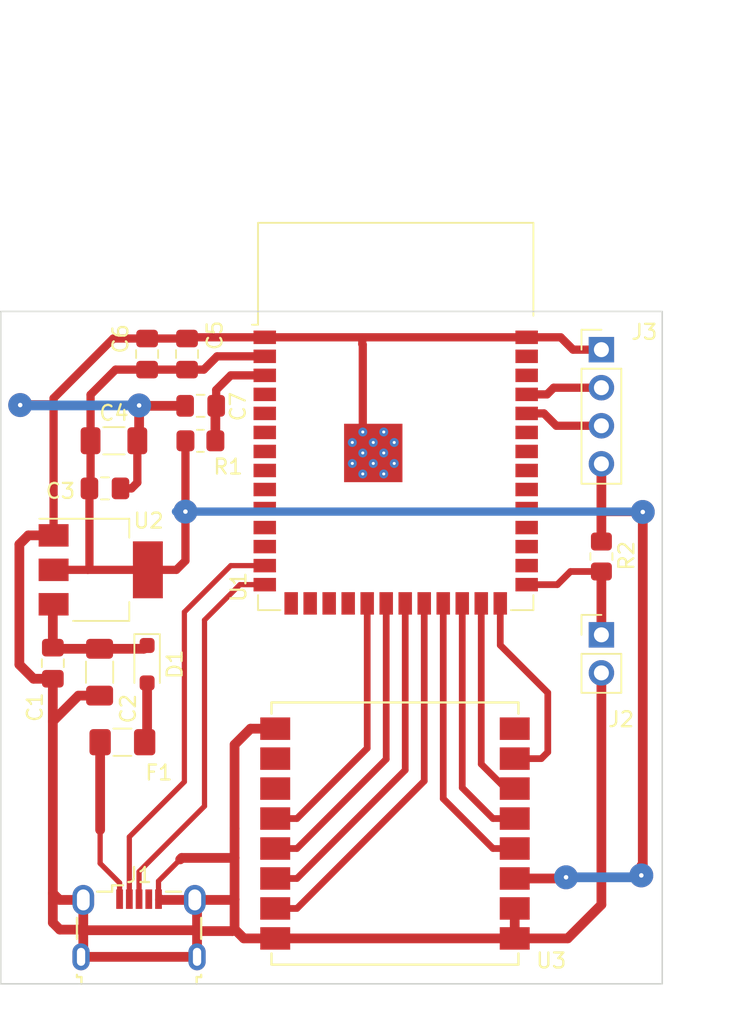
<source format=kicad_pcb>
(kicad_pcb (version 20240108) (generator "pcbnew") (generator_version "8.0")
  (layers (0 "F.Cu" signal) (31 "B.Cu" signal) (34 "B.Paste" user) (35 "F.Paste" user) (36 "B.SilkS" user "B.Silkscreen") (37 "F.SilkS" user "F.Silkscreen") (38 "B.Mask" user) (39 "F.Mask" user) (44 "Edge.Cuts" user))
  (net 0 "")
  (net 1 "GND")
  (net 2 "+5V")
  (net 3 "+3V3")
  (net 4 "/EN")
  (net 5 "Net-(D1-A)")
  (net 6 "Net-(J1-VBUS)")
  (net 7 "/D-")
  (net 8 "/D+")
  (net 10 "/BOOT")
  (net 11 "/RX")
  (net 12 "/TX")
  (net 13 "/RA02_RESET")
  (net 18 "/RA02_SCK")
  (net 20 "/RA02_DIO2")
  (net 24 "/RA02_MISO")
  (net 32 "/RA02_NSS")
  (net 34 "/RA02_MOSI")
  (net 36 "/RA02_DIO0")
  (net 38 "/RA02_DIO1")
  (footprint "RF_Module:ESP32-S3-WROOM-1" (layer "F.Cu") (at 101.446 66.625)
    (property "Reference" "U1" (at -10.5 11.4 90) (layer "F.SilkS"))
    (property "Value" "ESP32-S3-WROOM-1")
    (fp_line (start -9.2 -12.9) (end 9.2 -12.9) (stroke (width 0.12)) (layer "F.SilkS"))
    (fp_line (start -9.2 -6.1) (end -9.6 -6.1) (stroke (width 0.12)) (layer "F.SilkS"))
    (fp_line (start -9.2 -6.1) (end -9.2 -12.9) (stroke (width 0.12)) (layer "F.SilkS"))
    (fp_line (start -9.2 11.95) (end -9.2 12.95) (stroke (width 0.12)) (layer "F.SilkS"))
    (fp_line (start -9.2 12.95) (end -7.7 12.95) (stroke (width 0.12)) (layer "F.SilkS"))
    (fp_line (start 9.2 -12.9) (end 9.2 -6.7) (stroke (width 0.12)) (layer "F.SilkS"))
    (fp_line (start 9.2 12.95) (end 7.7 12.95) (stroke (width 0.12)) (layer "F.SilkS"))
    (fp_line (start 9.2 12.95) (end 9.2 11.95) (stroke (width 0.12)) (layer "F.SilkS"))
    (pad "1" smd rect (at -8.75 -5.26) (size 1.5 0.9) (layers "F.Cu" "F.Paste" "F.Mask") (net 1 "GND"))
    (pad "2" smd rect (at -8.75 -3.99) (size 1.5 0.9) (layers "F.Cu" "F.Paste" "F.Mask") (net 3 "+3V3"))
    (pad "3" smd rect (at -8.75 -2.72) (size 1.5 0.9) (layers "F.Cu" "F.Paste" "F.Mask") (net 4 "/EN"))
    (pad "4" smd rect (at -8.75 -1.45) (size 1.5 0.9) (layers "F.Cu" "F.Paste" "F.Mask"))
    (pad "5" smd rect (at -8.75 -0.18) (size 1.5 0.9) (layers "F.Cu" "F.Paste" "F.Mask"))
    (pad "6" smd rect (at -8.75 1.09) (size 1.5 0.9) (layers "F.Cu" "F.Paste" "F.Mask"))
    (pad "7" smd rect (at -8.75 2.36) (size 1.5 0.9) (layers "F.Cu" "F.Paste" "F.Mask"))
    (pad "8" smd rect (at -8.75 3.63) (size 1.5 0.9) (layers "F.Cu" "F.Paste" "F.Mask"))
    (pad "9" smd rect (at -8.75 4.9) (size 1.5 0.9) (layers "F.Cu" "F.Paste" "F.Mask"))
    (pad "10" smd rect (at -8.75 6.17) (size 1.5 0.9) (layers "F.Cu" "F.Paste" "F.Mask"))
    (pad "11" smd rect (at -8.75 7.44) (size 1.5 0.9) (layers "F.Cu" "F.Paste" "F.Mask"))
    (pad "12" smd rect (at -8.75 8.71) (size 1.5 0.9) (layers "F.Cu" "F.Paste" "F.Mask"))
    (pad "13" smd rect (at -8.75 9.98) (size 1.5 0.9) (layers "F.Cu" "F.Paste" "F.Mask") (net 7 "/D-"))
    (pad "14" smd rect (at -8.75 11.25 180) (size 1.5 0.9) (layers "F.Cu" "F.Paste" "F.Mask") (net 8 "/D+"))
    (pad "15" smd rect (at -6.985 12.5 270) (size 1.5 0.9) (layers "F.Cu" "F.Paste" "F.Mask"))
    (pad "16" smd rect (at -5.715 12.5 270) (size 1.5 0.9) (layers "F.Cu" "F.Paste" "F.Mask"))
    (pad "17" smd rect (at -4.445 12.5 270) (size 1.5 0.9) (layers "F.Cu" "F.Paste" "F.Mask"))
    (pad "18" smd rect (at -3.175 12.5 270) (size 1.5 0.9) (layers "F.Cu" "F.Paste" "F.Mask"))
    (pad "19" smd rect (at -1.905 12.5 270) (size 1.5 0.9) (layers "F.Cu" "F.Paste" "F.Mask") (net 18 "/RA02_SCK"))
    (pad "20" smd rect (at -0.635 12.5 270) (size 1.5 0.9) (layers "F.Cu" "F.Paste" "F.Mask") (net 24 "/RA02_MISO"))
    (pad "21" smd rect (at 0.635 12.5 270) (size 1.5 0.9) (layers "F.Cu" "F.Paste" "F.Mask") (net 34 "/RA02_MOSI"))
    (pad "22" smd rect (at 1.905 12.5 270) (size 1.5 0.9) (layers "F.Cu" "F.Paste" "F.Mask") (net 32 "/RA02_NSS"))
    (pad "23" smd rect (at 3.175 12.5 270) (size 1.5 0.9) (layers "F.Cu" "F.Paste" "F.Mask") (net 13 "/RA02_RESET"))
    (pad "24" smd rect (at 4.445 12.5 270) (size 1.5 0.9) (layers "F.Cu" "F.Paste" "F.Mask") (net 36 "/RA02_DIO0"))
    (pad "25" smd rect (at 5.715 12.5 270) (size 1.5 0.9) (layers "F.Cu" "F.Paste" "F.Mask") (net 38 "/RA02_DIO1"))
    (pad "26" smd rect (at 6.985 12.5 270) (size 1.5 0.9) (layers "F.Cu" "F.Paste" "F.Mask") (net 20 "/RA02_DIO2"))
    (pad "27" smd rect (at 8.75 11.25) (size 1.5 0.9) (layers "F.Cu" "F.Paste" "F.Mask") (net 10 "/BOOT"))
    (pad "28" smd rect (at 8.75 9.98) (size 1.5 0.9) (layers "F.Cu" "F.Paste" "F.Mask"))
    (pad "29" smd rect (at 8.75 8.71) (size 1.5 0.9) (layers "F.Cu" "F.Paste" "F.Mask"))
    (pad "30" smd rect (at 8.75 7.44) (size 1.5 0.9) (layers "F.Cu" "F.Paste" "F.Mask"))
    (pad "31" smd rect (at 8.75 6.17) (size 1.5 0.9) (layers "F.Cu" "F.Paste" "F.Mask"))
    (pad "32" smd rect (at 8.75 4.9) (size 1.5 0.9) (layers "F.Cu" "F.Paste" "F.Mask"))
    (pad "33" smd rect (at 8.75 3.63) (size 1.5 0.9) (layers "F.Cu" "F.Paste" "F.Mask"))
    (pad "34" smd rect (at 8.75 2.36) (size 1.5 0.9) (layers "F.Cu" "F.Paste" "F.Mask"))
    (pad "35" smd rect (at 8.75 1.09) (size 1.5 0.9) (layers "F.Cu" "F.Paste" "F.Mask"))
    (pad "36" smd rect (at 8.75 -0.18) (size 1.5 0.9) (layers "F.Cu" "F.Paste" "F.Mask") (net 11 "/RX"))
    (pad "37" smd rect (at 8.75 -1.45) (size 1.5 0.9) (layers "F.Cu" "F.Paste" "F.Mask") (net 12 "/TX"))
    (pad "38" smd rect (at 8.75 -2.72) (size 1.5 0.9) (layers "F.Cu" "F.Paste" "F.Mask"))
    (pad "39" smd rect (at 8.75 -3.99) (size 1.5 0.9) (layers "F.Cu" "F.Paste" "F.Mask"))
    (pad "40" smd rect (at 8.75 -5.26) (size 1.5 0.9) (layers "F.Cu" "F.Paste" "F.Mask") (net 1 "GND"))
    (pad "41" thru_hole circle (at -2.9 1.76 90) (size 0.6 0.6) (drill 0.2) (property pad_prop_heatsink) (layers "*.Cu" "F.Mask") (net 1 "GND"))
    (pad "41" thru_hole circle (at -2.9 3.16) (size 0.6 0.6) (drill 0.2) (property pad_prop_heatsink) (layers "*.Cu" "F.Mask") (net 1 "GND"))
    (pad "41" thru_hole circle (at -2.2 1.06) (size 0.6 0.6) (drill 0.2) (property pad_prop_heatsink) (layers "*.Cu" "F.Mask") (net 1 "GND"))
    (pad "41" thru_hole circle (at -2.2 2.46) (size 0.6 0.6) (drill 0.2) (property pad_prop_heatsink) (layers "*.Cu" "F.Mask") (net 1 "GND"))
    (pad "41" thru_hole circle (at -2.2 3.86) (size 0.6 0.6) (drill 0.2) (property pad_prop_heatsink) (layers "*.Cu" "F.Mask") (net 1 "GND"))
    (pad "41" thru_hole circle (at -1.5 1.76) (size 0.6 0.6) (drill 0.2) (property pad_prop_heatsink) (layers "*.Cu" "F.Mask") (net 1 "GND"))
    (pad "41" smd rect (at -1.5 2.46 270) (size 3.9 3.9) (layers "F.Cu" "F.Mask") (net 1 "GND"))
    (pad "41" thru_hole circle (at -1.5 3.16) (size 0.6 0.6) (drill 0.2) (property pad_prop_heatsink) (layers "*.Cu" "F.Mask") (net 1 "GND"))
    (pad "41" thru_hole circle (at -0.8 1.06) (size 0.6 0.6) (drill 0.2) (property pad_prop_heatsink) (layers "*.Cu" "F.Mask") (net 1 "GND"))
    (pad "41" thru_hole circle (at -0.8 2.46) (size 0.6 0.6) (drill 0.2) (property pad_prop_heatsink) (layers "*.Cu" "F.Mask") (net 1 "GND"))
    (pad "41" thru_hole circle (at -0.8 3.86) (size 0.6 0.6) (drill 0.2) (property pad_prop_heatsink) (layers "*.Cu" "F.Mask") (net 1 "GND"))
    (pad "41" thru_hole circle (at -0.1 1.76) (size 0.6 0.6) (drill 0.2) (property pad_prop_heatsink) (layers "*.Cu" "F.Mask") (net 1 "GND"))
    (pad "41" thru_hole circle (at -0.1 3.16) (size 0.6 0.6) (drill 0.2) (property pad_prop_heatsink) (layers "*.Cu" "F.Mask") (net 1 "GND"))
  )
  (footprint "Connector_PinHeader_2.54mm:PinHeader_1x04_P2.54mm_Vertical" (layer "F.Cu") (at 115.189 62.1892)
    (property "Reference" "J3" (at 2.8702 -1.1784 0) (layer "F.SilkS"))
    (property "Value" "UART")
    (fp_line (start -1.33 -1.33) (end 0 -1.33) (stroke (width 0.12)) (layer "F.SilkS"))
    (fp_line (start -1.33 0) (end -1.33 -1.33) (stroke (width 0.12)) (layer "F.SilkS"))
    (fp_line (start -1.33 1.27) (end -1.33 8.95) (stroke (width 0.12)) (layer "F.SilkS"))
    (fp_line (start -1.33 1.27) (end 1.33 1.27) (stroke (width 0.12)) (layer "F.SilkS"))
    (fp_line (start -1.33 8.95) (end 1.33 8.95) (stroke (width 0.12)) (layer "F.SilkS"))
    (fp_line (start 1.33 1.27) (end 1.33 8.95) (stroke (width 0.12)) (layer "F.SilkS"))
    (pad "1" thru_hole rect (at 0 0) (size 1.7 1.7) (drill 1) (layers "*.Cu" "*.Mask") (net 1 "GND"))
    (pad "2" thru_hole oval (at 0 2.54) (size 1.7 1.7) (drill 1) (layers "*.Cu" "*.Mask") (net 12 "/TX"))
    (pad "3" thru_hole oval (at 0 5.08) (size 1.7 1.7) (drill 1) (layers "*.Cu" "*.Mask") (net 11 "/RX"))
    (pad "4" thru_hole oval (at 0 7.62) (size 1.7 1.7) (drill 1) (layers "*.Cu" "*.Mask") (net 3 "+3V3"))
  )
  (footprint "Connector_PinHeader_2.54mm:PinHeader_1x02_P2.54mm_Vertical" (layer "F.Cu") (at 115.189 81.2242)
    (property "Reference" "J2" (at 1.3208 5.6438 0) (layer "F.SilkS"))
    (property "Value" "BOOT")
    (fp_line (start -1.33 -1.33) (end 0 -1.33) (stroke (width 0.12)) (layer "F.SilkS"))
    (fp_line (start -1.33 0) (end -1.33 -1.33) (stroke (width 0.12)) (layer "F.SilkS"))
    (fp_line (start -1.33 1.27) (end -1.33 3.87) (stroke (width 0.12)) (layer "F.SilkS"))
    (fp_line (start -1.33 1.27) (end 1.33 1.27) (stroke (width 0.12)) (layer "F.SilkS"))
    (fp_line (start -1.33 3.87) (end 1.33 3.87) (stroke (width 0.12)) (layer "F.SilkS"))
    (fp_line (start 1.33 1.27) (end 1.33 3.87) (stroke (width 0.12)) (layer "F.SilkS"))
    (pad "1" thru_hole rect (at 0 0) (size 1.7 1.7) (drill 1) (layers "*.Cu" "*.Mask") (net 10 "/BOOT"))
    (pad "2" thru_hole oval (at 0 2.54) (size 1.7 1.7) (drill 1) (layers "*.Cu" "*.Mask") (net 1 "GND"))
  )
  (footprint "Capacitor_SMD:C_0805_2012Metric_Pad1.18x1.45mm_HandSolder" (layer "F.Cu") (at 87.503 62.484 90)
    (property "Reference" "C5" (at 1.2446 1.8542 90) (layer "F.SilkS"))
    (property "Value" "0.1uF")
    (fp_line (start -0.261252 -0.735) (end 0.261252 -0.735) (stroke (width 0.12)) (layer "F.SilkS"))
    (fp_line (start -0.261252 0.735) (end 0.261252 0.735) (stroke (width 0.12)) (layer "F.SilkS"))
    (pad "1" smd roundrect (at -1.0375 0 90) (size 1.175 1.45) (layers "F.Cu" "F.Paste" "F.Mask") (roundrect_rratio 0.2127659574) (net 3 "+3V3"))
    (pad "2" smd roundrect (at 1.0375 0 90) (size 1.175 1.45) (layers "F.Cu" "F.Paste" "F.Mask") (roundrect_rratio 0.2127659574) (net 1 "GND"))
  )
  (footprint "Resistor_SMD:R_0805_2012Metric_Pad1.20x1.40mm_HandSolder" (layer "F.Cu") (at 88.3975 68.2752)
    (property "Reference" "R1" (at 1.8487 1.7272 0) (layer "F.SilkS"))
    (property "Value" "10K")
    (fp_line (start -0.227064 -0.735) (end 0.227064 -0.735) (stroke (width 0.12)) (layer "F.SilkS"))
    (fp_line (start -0.227064 0.735) (end 0.227064 0.735) (stroke (width 0.12)) (layer "F.SilkS"))
    (pad "1" smd roundrect (at -1 0) (size 1.2 1.4) (layers "F.Cu" "F.Paste" "F.Mask") (roundrect_rratio 0.2083333333) (net 3 "+3V3"))
    (pad "2" smd roundrect (at 1 0) (size 1.2 1.4) (layers "F.Cu" "F.Paste" "F.Mask") (roundrect_rratio 0.2083333333) (net 4 "/EN"))
  )
  (footprint "Connector_USB:USB_Micro-B_Wuerth_629105150521" (layer "F.Cu") (at 84.2976 100.7688)
    (property "Reference" "J1" (at 0 -3.5 0) (layer "F.SilkS"))
    (property "Value" "USB_B_Micro")
    (fp_line (start -4.15 -0.65) (end -4.15 0.75) (stroke (width 0.15)) (layer "F.SilkS"))
    (fp_line (start -4.15 3.15) (end -4.15 3.3) (stroke (width 0.15)) (layer "F.SilkS"))
    (fp_line (start -4.15 3.3) (end -3.85 3.3) (stroke (width 0.15)) (layer "F.SilkS"))
    (fp_line (start -3.85 3.3) (end -3.85 3.75) (stroke (width 0.15)) (layer "F.SilkS"))
    (fp_line (start -1.8 -2.825) (end -1.8 -2.4) (stroke (width 0.15)) (layer "F.SilkS"))
    (fp_line (start -1.8 -2.4) (end -2.8 -2.4) (stroke (width 0.15)) (layer "F.SilkS"))
    (fp_line (start -1.075 -2.825) (end -1.8 -2.825) (stroke (width 0.15)) (layer "F.SilkS"))
    (fp_line (start 1.8 -2.4) (end 2.8 -2.4) (stroke (width 0.15)) (layer "F.SilkS"))
    (fp_line (start 3.85 3.3) (end 4.15 3.3) (stroke (width 0.15)) (layer "F.SilkS"))
    (fp_line (start 3.85 3.75) (end 3.85 3.3) (stroke (width 0.15)) (layer "F.SilkS"))
    (fp_line (start 4.15 0.75) (end 4.15 -0.65) (stroke (width 0.15)) (layer "F.SilkS"))
    (fp_line (start 4.15 3.3) (end 4.15 3.15) (stroke (width 0.15)) (layer "F.SilkS"))
    (pad "" np_thru_hole oval (at -2.5 -0.8) (size 0.8 0.8) (drill 0.8) (layers "*.Cu" "*.Mask"))
    (pad "" np_thru_hole oval (at 2.5 -0.8) (size 0.8 0.8) (drill 0.8) (layers "*.Cu" "*.Mask"))
    (pad "1" smd rect (at -1.3 -1.9) (size 0.45 1.3) (layers "F.Cu" "F.Paste" "F.Mask") (net 6 "Net-(J1-VBUS)"))
    (pad "2" smd rect (at -0.65 -1.9) (size 0.45 1.3) (layers "F.Cu" "F.Paste" "F.Mask") (net 7 "/D-"))
    (pad "3" smd rect (at 0 -1.9) (size 0.45 1.3) (layers "F.Cu" "F.Paste" "F.Mask") (net 8 "/D+"))
    (pad "4" smd rect (at 0.65 -1.9) (size 0.45 1.3) (layers "F.Cu" "F.Paste" "F.Mask"))
    (pad "5" smd rect (at 1.3 -1.9) (size 0.45 1.3) (layers "F.Cu" "F.Paste" "F.Mask") (net 1 "GND"))
    (pad "6" thru_hole oval (at -3.875 1.95) (size 1.15 1.8) (drill oval 0.55 1.2) (layers "*.Cu" "*.Mask") (net 1 "GND"))
    (pad "6" thru_hole oval (at -3.725 -1.85) (size 1.45 2) (drill oval 0.85 1.4) (layers "*.Cu" "*.Mask") (net 1 "GND"))
    (pad "6" thru_hole oval (at 3.725 -1.85) (size 1.45 2) (drill oval 0.85 1.4) (layers "*.Cu" "*.Mask") (net 1 "GND"))
    (pad "6" thru_hole oval (at 3.875 1.95) (size 1.15 1.8) (drill oval 0.55 1.2) (layers "*.Cu" "*.Mask") (net 1 "GND"))
  )
  (footprint "Capacitor_SMD:C_0805_2012Metric_Pad1.18x1.45mm_HandSolder" (layer "F.Cu") (at 82.0205 71.4502)
    (property "Reference" "C3" (at -2.9757 0.1778 0) (layer "F.SilkS"))
    (property "Value" "10uF")
    (fp_line (start -0.261252 -0.735) (end 0.261252 -0.735) (stroke (width 0.12)) (layer "F.SilkS"))
    (fp_line (start -0.261252 0.735) (end 0.261252 0.735) (stroke (width 0.12)) (layer "F.SilkS"))
    (pad "1" smd roundrect (at -1.0375 0) (size 1.175 1.45) (layers "F.Cu" "F.Paste" "F.Mask") (roundrect_rratio 0.2127659574) (net 3 "+3V3"))
    (pad "2" smd roundrect (at 1.0375 0) (size 1.175 1.45) (layers "F.Cu" "F.Paste" "F.Mask") (roundrect_rratio 0.2127659574) (net 1 "GND"))
  )
  (footprint "RF_Module:Ai-Thinker-Ra-01-LoRa" (layer "F.Cu") (at 101.3968 94.488 180)
    (property "Reference" "U3" (at -10.4394 -8.4836 180) (layer "F.SilkS"))
    (property "Value" "Ai-Thinker-Ra-02")
    (fp_line (start 8.25 8.75) (end 8.25 8) (stroke (width 0.15)) (layer "F.SilkS"))
    (fp_line (start 8.25 -8.75) (end 8.25 -8) (stroke (width 0.15)) (layer "F.SilkS"))
    (fp_line (start -8.25 8.75) (end 8.25 8.75) (stroke (width 0.15)) (layer "F.SilkS"))
    (fp_line (start -8.25 8) (end -8.25 8.75) (stroke (width 0.15)) (layer "F.SilkS"))
    (fp_line (start -8.25 -8) (end -8.25 -8.75) (stroke (width 0.15)) (layer "F.SilkS"))
    (fp_line (start -8.25 -8.75) (end 8.25 -8.75) (stroke (width 0.15)) (layer "F.SilkS"))
    (pad "1" smd rect (at -8 -7 180) (size 2 1.5) (layers "F.Cu" "F.Paste" "F.Mask") (net 1 "GND"))
    (pad "2" smd rect (at -8 -5 180) (size 2 1.5) (layers "F.Cu" "F.Paste" "F.Mask") (net 1 "GND"))
    (pad "3" smd rect (at -8 -3 180) (size 2 1.5) (layers "F.Cu" "F.Paste" "F.Mask") (net 3 "+3V3"))
    (pad "4" smd rect (at -8 -1 180) (size 2 1.5) (layers "F.Cu" "F.Paste" "F.Mask") (net 13 "/RA02_RESET"))
    (pad "5" smd rect (at -8 1 180) (size 2 1.5) (layers "F.Cu" "F.Paste" "F.Mask") (net 36 "/RA02_DIO0"))
    (pad "6" smd rect (at -8 3 180) (size 2 1.5) (layers "F.Cu" "F.Paste" "F.Mask") (net 38 "/RA02_DIO1"))
    (pad "7" smd rect (at -8 5 180) (size 2 1.5) (layers "F.Cu" "F.Paste" "F.Mask") (net 20 "/RA02_DIO2"))
    (pad "8" smd rect (at -8 7 180) (size 2 1.5) (layers "F.Cu" "F.Paste" "F.Mask"))
    (pad "9" smd rect (at 8 7 180) (size 2 1.5) (layers "F.Cu" "F.Paste" "F.Mask") (net 1 "GND"))
    (pad "10" smd rect (at 8 5 180) (size 2 1.5) (layers "F.Cu" "F.Paste" "F.Mask"))
    (pad "11" smd rect (at 8 3 180) (size 2 1.5) (layers "F.Cu" "F.Paste" "F.Mask"))
    (pad "12" smd rect (at 8 1 180) (size 2 1.5) (layers "F.Cu" "F.Paste" "F.Mask") (net 18 "/RA02_SCK"))
    (pad "13" smd rect (at 8 -1 180) (size 2 1.5) (layers "F.Cu" "F.Paste" "F.Mask") (net 24 "/RA02_MISO"))
    (pad "14" smd rect (at 8 -3 180) (size 2 1.5) (layers "F.Cu" "F.Paste" "F.Mask") (net 34 "/RA02_MOSI"))
    (pad "15" smd rect (at 8 -5 180) (size 2 1.5) (layers "F.Cu" "F.Paste" "F.Mask") (net 32 "/RA02_NSS"))
    (pad "16" smd rect (at 8 -7 180) (size 2 1.5) (layers "F.Cu" "F.Paste" "F.Mask") (net 1 "GND"))
  )
  (footprint "Diode_SMD:D_SOD-323_HandSoldering" (layer "F.Cu") (at 84.836 83.185 -90)
    (property "Reference" "D1" (at 0 -1.85 -90) (layer "F.SilkS"))
    (property "Value" "SS14")
    (fp_line (start -2.01 0.85) (end 1.25 0.85) (stroke (width 0.12)) (layer "F.SilkS"))
    (fp_line (start -2.01 -0.85) (end -2.01 0.85) (stroke (width 0.12)) (layer "F.SilkS"))
    (fp_line (start -2.01 -0.85) (end 1.25 -0.85) (stroke (width 0.12)) (layer "F.SilkS"))
    (pad "1" smd roundrect (at -1.25 0 270) (size 1 1) (layers "F.Cu" "F.Paste" "F.Mask") (net 2 "+5V"))
    (pad "2" smd roundrect (at 1.25 0 270) (size 1 1) (layers "F.Cu" "F.Paste" "F.Mask") (net 5 "Net-(D1-A)"))
  )
  (footprint "Capacitor_SMD:C_0805_2012Metric_Pad1.18x1.45mm_HandSolder" (layer "F.Cu") (at 88.4135 65.9384 180)
    (property "Reference" "C7" (at -2.4931 -0.0508 -90) (layer "F.SilkS"))
    (property "Value" "0.1uF")
    (fp_line (start -0.261252 0.735) (end 0.261252 0.735) (stroke (width 0.12)) (layer "F.SilkS"))
    (fp_line (start -0.261252 -0.735) (end 0.261252 -0.735) (stroke (width 0.12)) (layer "F.SilkS"))
    (pad "1" smd roundrect (at -1.0375 0 180) (size 1.175 1.45) (layers "F.Cu" "F.Paste" "F.Mask") (roundrect_rratio 0.2127659574) (net 4 "/EN"))
    (pad "2" smd roundrect (at 1.0375 0 180) (size 1.175 1.45) (layers "F.Cu" "F.Paste" "F.Mask") (roundrect_rratio 0.2127659574) (net 1 "GND"))
  )
  (footprint "Resistor_SMD:R_0805_2012Metric_Pad1.20x1.40mm_HandSolder" (layer "F.Cu") (at 115.189 75.9968 -90)
    (property "Reference" "R2" (at -0.0508 -1.6764 -90) (layer "F.SilkS"))
    (property "Value" "10K")
    (fp_line (start -0.227064 0.735) (end 0.227064 0.735) (stroke (width 0.12)) (layer "F.SilkS"))
    (fp_line (start -0.227064 -0.735) (end 0.227064 -0.735) (stroke (width 0.12)) (layer "F.SilkS"))
    (pad "1" smd roundrect (at -1 0 270) (size 1.2 1.4) (layers "F.Cu" "F.Paste" "F.Mask") (roundrect_rratio 0.2083333333) (net 3 "+3V3"))
    (pad "2" smd roundrect (at 1 0 270) (size 1.2 1.4) (layers "F.Cu" "F.Paste" "F.Mask") (roundrect_rratio 0.2083333333) (net 10 "/BOOT"))
  )
  (footprint "Capacitor_SMD:C_0805_2012Metric_Pad1.18x1.45mm_HandSolder" (layer "F.Cu") (at 78.5368 83.1184 -90)
    (property "Reference" "C1" (at 2.9368 1.1938 -90) (layer "F.SilkS"))
    (property "Value" "10uF")
    (fp_line (start -0.261252 0.735) (end 0.261252 0.735) (stroke (width 0.12)) (layer "F.SilkS"))
    (fp_line (start -0.261252 -0.735) (end 0.261252 -0.735) (stroke (width 0.12)) (layer "F.SilkS"))
    (pad "1" smd roundrect (at -1.0375 0 270) (size 1.175 1.45) (layers "F.Cu" "F.Paste" "F.Mask") (roundrect_rratio 0.2127659574) (net 2 "+5V"))
    (pad "2" smd roundrect (at 1.0375 0 270) (size 1.175 1.45) (layers "F.Cu" "F.Paste" "F.Mask") (roundrect_rratio 0.2127659574) (net 1 "GND"))
  )
  (footprint "Capacitor_SMD:C_0805_2012Metric_Pad1.18x1.45mm_HandSolder" (layer "F.Cu") (at 84.836 62.484 90)
    (property "Reference" "C6" (at 1.016 -1.778 90) (layer "F.SilkS"))
    (property "Value" "10uF")
    (fp_line (start -0.261252 -0.735) (end 0.261252 -0.735) (stroke (width 0.12)) (layer "F.SilkS"))
    (fp_line (start -0.261252 0.735) (end 0.261252 0.735) (stroke (width 0.12)) (layer "F.SilkS"))
    (pad "1" smd roundrect (at -1.0375 0 90) (size 1.175 1.45) (layers "F.Cu" "F.Paste" "F.Mask") (roundrect_rratio 0.2127659574) (net 3 "+3V3"))
    (pad "2" smd roundrect (at 1.0375 0 90) (size 1.175 1.45) (layers "F.Cu" "F.Paste" "F.Mask") (roundrect_rratio 0.2127659574) (net 1 "GND"))
  )
  (footprint "Capacitor_SMD:C_1206_3216Metric_Pad1.33x1.80mm_HandSolder" (layer "F.Cu") (at 82.6205 68.2702)
    (property "Reference" "C4" (at 0 -1.85 0) (layer "F.SilkS"))
    (property "Value" "100uF")
    (fp_line (start -0.711252 -0.91) (end 0.711252 -0.91) (stroke (width 0.12)) (layer "F.SilkS"))
    (fp_line (start -0.711252 0.91) (end 0.711252 0.91) (stroke (width 0.12)) (layer "F.SilkS"))
    (pad "1" smd roundrect (at -1.5625 0) (size 1.325 1.8) (layers "F.Cu" "F.Paste" "F.Mask") (roundrect_rratio 0.1886792453) (net 3 "+3V3"))
    (pad "2" smd roundrect (at 1.5625 0) (size 1.325 1.8) (layers "F.Cu" "F.Paste" "F.Mask") (roundrect_rratio 0.1886792453) (net 1 "GND"))
  )
  (footprint "Fuse:Fuse_1206_3216Metric_Pad1.42x1.75mm_HandSolder" (layer "F.Cu") (at 83.185 88.392)
    (property "Reference" "F1" (at 2.4384 2.032 0) (layer "F.SilkS"))
    (property "Value" "0.5A 8V")
    (fp_line (start -0.602064 -0.91) (end 0.602064 -0.91) (stroke (width 0.12)) (layer "F.SilkS"))
    (fp_line (start -0.602064 0.91) (end 0.602064 0.91) (stroke (width 0.12)) (layer "F.SilkS"))
    (pad "1" smd roundrect (at -1.4875 0) (size 1.425 1.75) (layers "F.Cu" "F.Paste" "F.Mask") (roundrect_rratio 0.1754392982) (net 6 "Net-(J1-VBUS)"))
    (pad "2" smd roundrect (at 1.4875 0) (size 1.425 1.75) (layers "F.Cu" "F.Paste" "F.Mask") (roundrect_rratio 0.1754392982) (net 5 "Net-(D1-A)"))
  )
  (footprint "MountingHole:MountingHole_2.1mm" (layer "F.Cu") (at 77.6478 62.3316)
    (property "Reference" "H1" (hide yes))
    (property "Value" "MountingHole_2.1mm" (hide yes))
    (pad "" np_thru_hole circle (at 0 0) (size 2.1 2.1) (drill 2.1) (layers "*.Cu" "*.Mask"))
  )
  (footprint "Package_TO_SOT_SMD:SOT-223-3_TabPin2" (layer "F.Cu") (at 81.7372 76.8858)
    (property "Reference" "U2" (at 3.2004 -3.2766 0) (layer "F.SilkS"))
    (property "Value" "AMS1117-3.3")
    (fp_line (start -4.1 -3.41) (end 1.91 -3.41) (stroke (width 0.12)) (layer "F.SilkS"))
    (fp_line (start -1.85 3.41) (end 1.91 3.41) (stroke (width 0.12)) (layer "F.SilkS"))
    (fp_line (start 1.91 -3.41) (end 1.91 -2.15) (stroke (width 0.12)) (layer "F.SilkS"))
    (fp_line (start 1.91 3.41) (end 1.91 2.15) (stroke (width 0.12)) (layer "F.SilkS"))
    (pad "1" smd rect (at -3.15 -2.3) (size 2 1.5) (layers "F.Cu" "F.Paste" "F.Mask") (net 1 "GND"))
    (pad "2" smd rect (at -3.15 0) (size 2 1.5) (layers "F.Cu" "F.Paste" "F.Mask") (net 3 "+3V3"))
    (pad "2" smd rect (at 3.15 0) (size 2 3.8) (layers "F.Cu" "F.Paste" "F.Mask") (net 3 "+3V3"))
    (pad "3" smd rect (at -3.15 2.3) (size 2 1.5) (layers "F.Cu" "F.Paste" "F.Mask") (net 2 "+5V"))
  )
  (footprint "Capacitor_SMD:C_1206_3216Metric_Pad1.33x1.80mm_HandSolder" (layer "F.Cu") (at 81.661 83.7184 -90)
    (property "Reference" "C2" (at 2.4384 -1.905 -90) (layer "F.SilkS"))
    (property "Value" "100uF")
    (fp_line (start -0.711252 0.91) (end 0.711252 0.91) (stroke (width 0.12)) (layer "F.SilkS"))
    (fp_line (start -0.711252 -0.91) (end 0.711252 -0.91) (stroke (width 0.12)) (layer "F.SilkS"))
    (pad "1" smd roundrect (at -1.5625 0 270) (size 1.325 1.8) (layers "F.Cu" "F.Paste" "F.Mask") (roundrect_rratio 0.1886792453) (net 2 "+5V"))
    (pad "2" smd roundrect (at 1.5625 0 270) (size 1.325 1.8) (layers "F.Cu" "F.Paste" "F.Mask") (roundrect_rratio 0.1886792453) (net 1 "GND"))
  )
  (footprint "MountingHole:MountingHole_2.1mm" (layer "F.Cu") (at 116.6114 101.9556)
    (property "Reference" "H3" (hide yes))
    (property "Value" "MountingHole_2.1mm" (hide yes))
    (pad "" np_thru_hole circle (at 0 0) (size 2.1 2.1) (drill 2.1) (layers "F&B.Cu" "*.Mask"))
  )
  (gr_rect (start 75.057 59.6392) (end 119.253 104.521) (stroke (width 0.1)) (fill none) (layer "Edge.Cuts"))
  (segment (start 85.5976 98.8688) (end 85.5976 97.6634) (width 0.35) (layer "F.Cu") (net 1))
  (segment (start 88.0226 98.9188) (end 85.6976 98.9188) (width 0.65) (layer "F.Cu") (net 1))
  (segment (start 76.8998 74.5858) (end 78.5872 74.5858) (width 0.65) (layer "F.Cu") (net 1))
  (segment (start 91.298 101.488) (end 93.3968 101.488) (width 0.65) (layer "F.Cu") (net 1))
  (segment (start 80.2509 85.2809) (end 78.5368 86.995) (width 0.65) (layer "F.Cu") (net 1))
  (segment (start 78.5368 98.4758) (end 78.9798 98.9188) (width 0.65) (layer "F.Cu") (net 1))
  (segment (start 84.183 68.2702) (end 84.183 71.0618) (width 0.55) (layer "F.Cu") (net 1))
  (segment (start 90.678 88.5568) (end 90.678 94.1578) (width 0.65) (layer "F.Cu") (net 1))
  (segment (start 90.6414 98.9188) (end 90.678 98.8822) (width 0.65) (layer "F.Cu") (net 1))
  (segment (start 112.9388 101.488) (end 115.189 99.2378) (width 0.65) (layer "F.Cu") (net 1))
  (segment (start 90.546 101) (end 90.678 100.868) (width 0.65) (layer "F.Cu") (net 1))
  (segment (start 115.189 99.2378) (end 115.189 83.7642) (width 0.65) (layer "F.Cu") (net 1))
  (segment (start 84.328 65.9384) (end 84.3026 65.913) (width 0.65) (layer "F.Cu") (net 1))
  (segment (start 80.5726 100.9) (end 80.5726 102.5688) (width 0.65) (layer "F.Cu") (net 1))
  (segment (start 93.3968 101.488) (end 109.3968 101.488) (width 0.65) (layer "F.Cu") (net 1))
  (segment (start 90.678 96.1136) (end 90.678 98.8822) (width 0.65) (layer "F.Cu") (net 1))
  (segment (start 109.3968 101.488) (end 112.9388 101.488) (width 0.65) (layer "F.Cu") (net 1))
  (segment (start 85.6976 98.9188) (end 85.6976 98.8688) (width 0.65) (layer "F.Cu") (net 1))
  (segment (start 79 100.9) (end 80.5726 100.9) (width 0.65) (layer "F.Cu") (net 1))
  (segment (start 88.1726 102.7188) (end 88.1726 101) (width 0.65) (layer "F.Cu") (net 1))
  (segment (start 112.4698 61.365) (end 113.294 62.1892) (width 0.55) (layer "F.Cu") (net 1))
  (segment (start 78.9798 98.9188) (end 80.5726 98.9188) (width 0.65) (layer "F.Cu") (net 1))
  (segment (start 80.4226 102.7188) (end 88.1726 102.7188) (width 0.65) (layer "F.Cu") (net 1))
  (segment (start 87.5845 61.365) (end 87.503 61.4465) (width 0.55) (layer "F.Cu") (net 1))
  (segment (start 81.661 85.2809) (end 80.2509 85.2809) (width 0.65) (layer "F.Cu") (net 1))
  (segment (start 80.5726 98.9188) (end 80.5726 100.9) (width 0.65) (layer "F.Cu") (net 1))
  (segment (start 78.5872 65.4308) (end 78.5872 65.8876) (width 0.55) (layer "F.Cu") (net 1))
  (segment (start 78.5368 98.4758) (end 78.5368 100.4368) (width 0.65) (layer "F.Cu") (net 1))
  (segment (start 99.2124 61.365) (end 99.2124 61.8236) (width 0.55) (layer "F.Cu") (net 1))
  (segment (start 110.196 61.365) (end 112.4698 61.365) (width 0.55) (layer "F.Cu") (net 1))
  (segment (start 82.5715 61.4465) (end 84.836 61.4465) (width 0.55) (layer "F.Cu") (net 1))
  (segment (start 90.678 94.1578) (end 90.678 96.1136) (width 0.65) (layer "F.Cu") (net 1))
  (segment (start 99.2124 61.365) (end 110.196 61.365) (width 0.55) (layer "F.Cu") (net 1))
  (segment (start 78.5872 65.8876) (end 78.5872 74.5858) (width 0.55) (layer "F.Cu") (net 1))
  (segment (start 90.678 100.868) (end 91.298 101.488) (width 0.65) (layer "F.Cu") (net 1))
  (segment (start 85.5976 97.6634) (end 87.0458 96.2152) (width 0.35) (layer "F.Cu") (net 1))
  (segment (start 83.7946 71.4502) (end 83.058 71.4502) (width 0.55) (layer "F.Cu") (net 1))
  (segment (start 87.1474 96.1136) (end 87.0458 96.2152) (width 0.65) (layer "F.Cu") (net 1))
  (segment (start 84.836 61.4465) (end 87.503 61.4465) (width 0.55) (layer "F.Cu") (net 1))
  (segment (start 88.1726 101) (end 90.546 101) (width 0.65) (layer "F.Cu") (net 1))
  (segment (start 84.3026 65.913) (end 84.3026 68.1506) (width 0.65) (layer "F.Cu") (net 1))
  (segment (start 82.5715 61.4465) (end 78.5872 65.4308) (width 0.55) (layer "F.Cu") (net 1))
  (segment (start 80.5726 100.9) (end 80.6164 100.9438) (width 0.65) (layer "F.Cu") (net 1))
  (segment (start 109.3968 101.488) (end 109.3968 99.488) (width 0.65) (layer "F.Cu") (net 1))
  (segment (start 76.3016 83.2104) (end 76.3016 75.184) (width 0.65) (layer "F.Cu") (net 1))
  (segment (start 93.3968 87.488) (end 91.7468 87.488) (width 0.65) (layer "F.Cu") (net 1))
  (segment (start 99.2124 61.8236) (end 99.246 61.8572) (width 0.55) (layer "F.Cu") (net 1))
  (segment (start 90.678 98.8822) (end 90.678 100.868) (width 0.65) (layer "F.Cu") (net 1))
  (segment (start 99.246 61.8572) (end 99.246 67.685) (width 0.55) (layer "F.Cu") (net 1))
  (segment (start 92.696 61.365) (end 99.2124 61.365) (width 0.55) (layer "F.Cu") (net 1))
  (segment (start 76.357 65.8876) (end 78.5872 65.8876) (width 0.65) (layer "F.Cu") (net 1))
  (segment (start 88.1726 99.0688) (end 88.0226 98.9188) (width 0.65) (layer "F.Cu") (net 1))
  (segment (start 87.376 65.9384) (end 84.328 65.9384) (width 0.65) (layer "F.Cu") (net 1))
  (segment (start 78.5368 86.995) (end 78.5368 98.4758) (width 0.65) (layer "F.Cu") (net 1))
  (segment (start 113.294 62.1892) (end 115.189 62.1892) (width 0.55) (layer "F.Cu") (net 1))
  (segment (start 78.5368 100.4368) (end 79 100.9) (width 0.65) (layer "F.Cu") (net 1))
  (segment (start 92.696 61.365) (end 87.5845 61.365) (width 0.55) (layer "F.Cu") (net 1))
  (segment (start 88.1726 101) (end 88.1726 99.0688) (width 0.65) (layer "F.Cu") (net 1))
  (segment (start 78.5368 84.1559) (end 77.2471 84.1559) (width 0.65) (layer "F.Cu") (net 1))
  (segment (start 76.3016 75.184) (end 76.8998 74.5858) (width 0.65) (layer "F.Cu") (net 1))
  (segment (start 88.1164 100.9438) (end 88.1726 101) (width 0.65) (layer "F.Cu") (net 1))
  (segment (start 90.678 96.1136) (end 87.1474 96.1136) (width 0.65) (layer "F.Cu") (net 1))
  (segment (start 84.3026 68.1506) (end 84.183 68.2702) (width 0.65) (layer "F.Cu") (net 1))
  (segment (start 80.6164 100.9438) (end 88.1164 100.9438) (width 0.65) (layer "F.Cu") (net 1))
  (segment (start 77.2471 84.1559) (end 76.3016 83.2104) (width 0.65) (layer "F.Cu") (net 1))
  (segment (start 78.5368 86.995) (end 78.5368 84.1559) (width 0.65) (layer "F.Cu") (net 1))
  (segment (start 84.183 71.0618) (end 83.7946 71.4502) (width 0.55) (layer "F.Cu") (net 1))
  (segment (start 91.7468 87.488) (end 90.678 88.5568) (width 0.65) (layer "F.Cu") (net 1))
  (segment (start 80.5726 102.5688) (end 80.4226 102.7188) (width 0.65) (layer "F.Cu") (net 1))
  (segment (start 88.0226 98.9188) (end 90.6414 98.9188) (width 0.65) (layer "F.Cu") (net 1))
  (via (at 84.3026 65.913) (size 1.6) (drill 0.3) (layers "F.Cu" "B.Cu") (net 1))
  (via (at 76.357 65.8876) (size 1.6) (drill 0.3) (layers "F.Cu" "B.Cu") (net 1))
  (segment (start 76.3824 65.913) (end 84.3026 65.913) (width 0.65) (layer "B.Cu") (net 1))
  (segment (start 76.357 65.8876) (end 76.3824 65.913) (width 0.65) (layer "B.Cu") (net 1))
  (segment (start 81.661 82.1559) (end 78.6118 82.1559) (width 0.65) (layer "F.Cu") (net 2))
  (segment (start 81.661 82.1559) (end 84.6151 82.1559) (width 0.65) (layer "F.Cu") (net 2))
  (segment (start 78.6118 82.1559) (end 78.5368 82.0809) (width 0.65) (layer "F.Cu") (net 2))
  (segment (start 81.6651 82.16) (end 81.661 82.1559) (width 0.65) (layer "F.Cu") (net 2))
  (segment (start 84.6151 82.1559) (end 84.836 81.935) (width 0.65) (layer "F.Cu") (net 2))
  (segment (start 78.5368 82.0809) (end 78.5368 79.2362) (width 0.65) (layer "F.Cu") (net 2))
  (segment (start 78.5368 79.2362) (end 78.5872 79.1858) (width 0.65) (layer "F.Cu") (net 2))
  (segment (start 117.856 97.282) (end 117.856 96.647) (width 0.65) (layer "F.Cu") (net 3))
  (segment (start 80.983 76.7764) (end 80.8736 76.8858) (width 0.55) (layer "F.Cu") (net 3))
  (segment (start 115.189 72.898) (end 115.189 69.8092) (width 0.65) (layer "F.Cu") (net 3))
  (segment (start 80.8736 76.8858) (end 84.8872 76.8858) (width 0.55) (layer "F.Cu") (net 3))
  (segment (start 112.7478 97.488) (end 109.3968 97.488) (width 0.65) (layer "F.Cu") (net 3))
  (segment (start 87.3975 72.9996) (end 87.3975 76.2801) (width 0.55) (layer "F.Cu") (net 3))
  (segment (start 89.511 62.635) (end 92.696 62.635) (width 0.55) (layer "F.Cu") (net 3))
  (segment (start 87.503 63.5215) (end 88.6245 63.5215) (width 0.55) (layer "F.Cu") (net 3))
  (segment (start 87.3975 76.2801) (end 86.7918 76.8858) (width 0.55) (layer "F.Cu") (net 3))
  (segment (start 117.953 96.55) (end 117.953 73.025) (width 0.65) (layer "F.Cu") (net 3))
  (segment (start 81.058 71.3752) (end 80.983 71.4502) (width 0.55) (layer "F.Cu") (net 3))
  (segment (start 84.836 63.5215) (end 82.7317 63.5215) (width 0.55) (layer "F.Cu") (net 3))
  (segment (start 112.8268 97.409) (end 112.7478 97.488) (width 0.65) (layer "F.Cu") (net 3))
  (segment (start 117.953 73.025) (end 115.316 73.025) (width 0.55) (layer "F.Cu") (net 3))
  (segment (start 81.058 65.1952) (end 81.058 68.2702) (width 0.55) (layer "F.Cu") (net 3))
  (segment (start 81.058 68.2702) (end 81.058 71.3752) (width 0.55) (layer "F.Cu") (net 3))
  (segment (start 115.189 74.9968) (end 115.189 72.898) (width 0.65) (layer "F.Cu") (net 3))
  (segment (start 80.983 71.4502) (end 80.983 76.7764) (width 0.55) (layer "F.Cu") (net 3))
  (segment (start 88.6245 63.5215) (end 89.511 62.635) (width 0.55) (layer "F.Cu") (net 3))
  (segment (start 87.3975 72.9996) (end 87.3975 68.2752) (width 0.55) (layer "F.Cu") (net 3))
  (segment (start 82.7317 63.5215) (end 81.058 65.1952) (width 0.55) (layer "F.Cu") (net 3))
  (segment (start 117.856 96.647) (end 117.953 96.55) (width 0.65) (layer "F.Cu") (net 3))
  (segment (start 86.7918 76.8858) (end 84.8872 76.8858) (width 0.55) (layer "F.Cu") (net 3))
  (segment (start 78.5872 76.8858) (end 80.8736 76.8858) (width 0.55) (layer "F.Cu") (net 3))
  (segment (start 87.503 63.5215) (end 84.836 63.5215) (width 0.55) (layer "F.Cu") (net 3))
  (via (at 112.8268 97.409) (size 1.6) (drill 0.3) (layers "F.Cu" "B.Cu") (net 3))
  (via (at 117.953 73.025) (size 1.6) (drill 0.3) (layers "F.Cu" "B.Cu") (net 3))
  (via (at 87.3975 72.9996) (size 1.6) (drill 0.3) (layers "F.Cu" "B.Cu") (net 3))
  (via (at 117.856 97.282) (size 1.6) (drill 0.3) (layers "F.Cu" "B.Cu") (net 3))
  (segment (start 117.9276 72.9996) (end 86.7625 72.9996) (width 0.55) (layer "B.Cu") (net 3))
  (segment (start 117.729 97.409) (end 117.856 97.282) (width 0.65) (layer "B.Cu") (net 3))
  (segment (start 112.8268 97.409) (end 117.729 97.409) (width 0.65) (layer "B.Cu") (net 3))
  (segment (start 117.953 73.025) (end 117.9276 72.9996) (width 0.55) (layer "B.Cu") (net 3))
  (segment (start 89.3975 68.2752) (end 89.3975 65.9919) (width 0.65) (layer "F.Cu") (net 4))
  (segment (start 89.3975 65.9919) (end 89.451 65.9384) (width 0.65) (layer "F.Cu") (net 4))
  (segment (start 90.4254 63.905) (end 89.451 64.8794) (width 0.55) (layer "F.Cu") (net 4))
  (segment (start 89.451 64.8794) (end 89.451 65.9384) (width 0.55) (layer "F.Cu") (net 4))
  (segment (start 92.696 63.905) (end 90.4254 63.905) (width 0.55) (layer "F.Cu") (net 4))
  (segment (start 84.836 84.435) (end 84.836 88.2285) (width 0.65) (layer "F.Cu") (net 5))
  (segment (start 84.836 88.2285) (end 84.6725 88.392) (width 0.65) (layer "F.Cu") (net 5))
  (segment (start 82.9976 97.7804) (end 82.9976 98.8688) (width 0.35) (layer "F.Cu") (net 6))
  (segment (start 81.6975 94.2451) (end 81.6975 96.4803) (width 0.35) (layer "F.Cu") (net 6))
  (segment (start 81.6975 94.2451) (end 81.6975 88.392) (width 0.65) (layer "F.Cu") (net 6))
  (segment (start 81.6975 96.4803) (end 82.9976 97.7804) (width 0.35) (layer "F.Cu") (net 6))
  (segment (start 87.3252 79.7052) (end 87.3252 91.0336) (width 0.35) (layer "F.Cu") (net 7))
  (segment (start 83.6476 94.7112) (end 83.6476 98.8688) (width 0.35) (layer "F.Cu") (net 7))
  (segment (start 87.3252 91.0336) (end 83.6476 94.7112) (width 0.35) (layer "F.Cu") (net 7))
  (segment (start 90.4254 76.605) (end 87.3252 79.7052) (width 0.35) (layer "F.Cu") (net 7))
  (segment (start 92.696 76.605) (end 90.4254 76.605) (width 0.35) (layer "F.Cu") (net 7))
  (segment (start 88.6714 92.6592) (end 88.6714 80.2386) (width 0.35) (layer "F.Cu") (net 8))
  (segment (start 91.035 77.875) (end 92.696 77.875) (width 0.35) (layer "F.Cu") (net 8))
  (segment (start 84.2976 97.033) (end 88.6714 92.6592) (width 0.35) (layer "F.Cu") (net 8))
  (segment (start 88.6714 80.2386) (end 91.035 77.875) (width 0.35) (layer "F.Cu") (net 8))
  (segment (start 84.2976 98.8688) (end 84.2976 97.033) (width 0.35) (layer "F.Cu") (net 8))
  (segment (start 110.196 77.875) (end 112.244 77.875) (width 0.45) (layer "F.Cu") (net 10))
  (segment (start 113.1222 76.9968) (end 115.189 76.9968) (width 0.45) (layer "F.Cu") (net 10))
  (segment (start 112.244 77.875) (end 113.1222 76.9968) (width 0.45) (layer "F.Cu") (net 10))
  (segment (start 115.189 76.9968) (end 115.189 81.2242) (width 0.65) (layer "F.Cu") (net 10))
  (segment (start 111.3522 66.445) (end 112.1764 67.2692) (width 0.55) (layer "F.Cu") (net 11))
  (segment (start 112.1764 67.2692) (end 115.189 67.2692) (width 0.55) (layer "F.Cu") (net 11))
  (segment (start 110.196 66.445) (end 111.3522 66.445) (width 0.55) (layer "F.Cu") (net 11))
  (segment (start 112.004 64.7292) (end 115.189 64.7292) (width 0.55) (layer "F.Cu") (net 12))
  (segment (start 111.5582 65.175) (end 112.004 64.7292) (width 0.55) (layer "F.Cu") (net 12))
  (segment (start 110.196 65.175) (end 111.5582 65.175) (width 0.55) (layer "F.Cu") (net 12))
  (segment (start 104.621 92.1622) (end 104.621 79.125) (width 0.45) (layer "F.Cu") (net 13))
  (segment (start 107.9468 95.488) (end 104.621 92.1622) (width 0.45) (layer "F.Cu") (net 13))
  (segment (start 109.3968 95.488) (end 107.9468 95.488) (width 0.45) (layer "F.Cu") (net 13))
  (segment (start 93.3968 93.488) (end 94.8468 93.488) (width 0.45) (layer "F.Cu") (net 18))
  (segment (start 99.541 88.7938) (end 99.541 79.125) (width 0.45) (layer "F.Cu") (net 18))
  (segment (start 94.8468 93.488) (end 99.541 88.7938) (width 0.45) (layer "F.Cu") (net 18))
  (segment (start 111.172 89.488) (end 111.6076 89.0524) (width 0.45) (layer "F.Cu") (net 20))
  (segment (start 111.6076 89.0524) (end 111.6076 85.09) (width 0.45) (layer "F.Cu") (net 20))
  (segment (start 108.431 81.9134) (end 108.431 79.125) (width 0.45) (layer "F.Cu") (net 20))
  (segment (start 109.3968 89.488) (end 111.172 89.488) (width 0.45) (layer "F.Cu") (net 20))
  (segment (start 111.6076 85.09) (end 108.431 81.9134) (width 0.45) (layer "F.Cu") (net 20))
  (segment (start 100.811 89.5238) (end 100.811 79.125) (width 0.45) (layer "F.Cu") (net 24))
  (segment (start 94.8468 95.488) (end 100.811 89.5238) (width 0.45) (layer "F.Cu") (net 24))
  (segment (start 93.3968 95.488) (end 94.8468 95.488) (width 0.45) (layer "F.Cu") (net 24))
  (segment (start 93.3968 99.488) (end 94.8468 99.488) (width 0.45) (layer "F.Cu") (net 32))
  (segment (start 103.351 90.9838) (end 103.351 79.125) (width 0.45) (layer "F.Cu") (net 32))
  (segment (start 94.8468 99.488) (end 103.351 90.9838) (width 0.45) (layer "F.Cu") (net 32))
  (segment (start 94.8468 97.488) (end 102.081 90.2538) (width 0.45) (layer "F.Cu") (net 34))
  (segment (start 102.081 90.2538) (end 102.081 79.125) (width 0.45) (layer "F.Cu") (net 34))
  (segment (start 93.3968 97.488) (end 94.8468 97.488) (width 0.45) (layer "F.Cu") (net 34))
  (segment (start 105.891 91.4322) (end 105.891 79.125) (width 0.45) (layer "F.Cu") (net 36))
  (segment (start 109.3968 93.488) (end 107.9468 93.488) (width 0.45) (layer "F.Cu") (net 36))
  (segment (start 107.9468 93.488) (end 105.891 91.4322) (width 0.45) (layer "F.Cu") (net 36))
  (segment (start 107.161 89.8522) (end 107.161 79.125) (width 0.45) (layer "F.Cu") (net 38))
  (segment (start 108.7968 91.488) (end 107.161 89.8522) (width 0.45) (layer "F.Cu") (net 38))
  (segment (start 109.3968 91.488) (end 108.7968 91.488) (width 0.45) (layer "F.Cu") (net 38))
)
</source>
